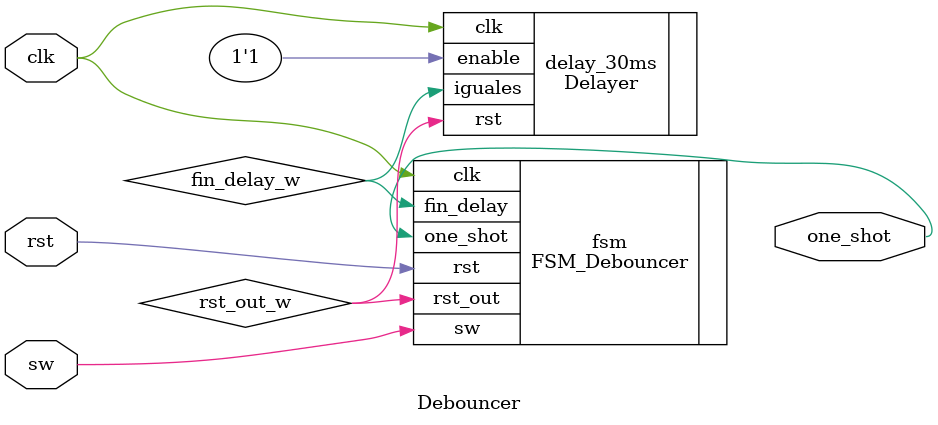
<source format=v>
`timescale 1ns / 1ps
module Debouncer(
    input clk,
    input rst, 
    input sw,
    output one_shot
    );


wire fin_delay_w, rst_out_w;
//wire rst_w;

// assign rst_w = ~nrst;

FSM_Debouncer  fsm (.clk(clk), .rst(rst), .sw(sw), .fin_delay(fin_delay_w),
						  .rst_out(rst_out_w), .one_shot(one_shot)     );

Delayer # (.YY(1_500_000) ) // The width parameter is defined in Delayer code
     delay_30ms (.clk(clk), .rst(rst_out_w), .enable(1'b1), .iguales(fin_delay_w)    );
						  
endmodule

</source>
